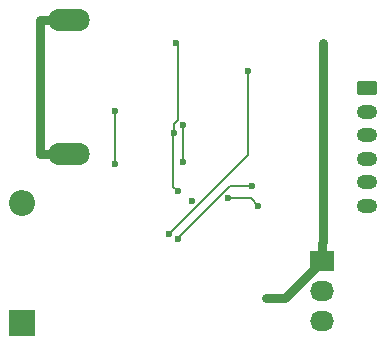
<source format=gbr>
%TF.GenerationSoftware,KiCad,Pcbnew,8.0.8*%
%TF.CreationDate,2025-06-30T12:26:25+05:30*%
%TF.ProjectId,ATtiny85,41547469-6e79-4383-952e-6b696361645f,rev?*%
%TF.SameCoordinates,Original*%
%TF.FileFunction,Copper,L2,Bot*%
%TF.FilePolarity,Positive*%
%FSLAX46Y46*%
G04 Gerber Fmt 4.6, Leading zero omitted, Abs format (unit mm)*
G04 Created by KiCad (PCBNEW 8.0.8) date 2025-06-30 12:26:25*
%MOMM*%
%LPD*%
G01*
G04 APERTURE LIST*
G04 Aperture macros list*
%AMRoundRect*
0 Rectangle with rounded corners*
0 $1 Rounding radius*
0 $2 $3 $4 $5 $6 $7 $8 $9 X,Y pos of 4 corners*
0 Add a 4 corners polygon primitive as box body*
4,1,4,$2,$3,$4,$5,$6,$7,$8,$9,$2,$3,0*
0 Add four circle primitives for the rounded corners*
1,1,$1+$1,$2,$3*
1,1,$1+$1,$4,$5*
1,1,$1+$1,$6,$7*
1,1,$1+$1,$8,$9*
0 Add four rect primitives between the rounded corners*
20,1,$1+$1,$2,$3,$4,$5,0*
20,1,$1+$1,$4,$5,$6,$7,0*
20,1,$1+$1,$6,$7,$8,$9,0*
20,1,$1+$1,$8,$9,$2,$3,0*%
G04 Aperture macros list end*
%TA.AperFunction,ComponentPad*%
%ADD10R,2.200000X2.200000*%
%TD*%
%TA.AperFunction,ComponentPad*%
%ADD11O,2.200000X2.200000*%
%TD*%
%TA.AperFunction,HeatsinkPad*%
%ADD12O,3.500000X1.900000*%
%TD*%
%TA.AperFunction,ComponentPad*%
%ADD13O,2.030000X1.730000*%
%TD*%
%TA.AperFunction,ComponentPad*%
%ADD14R,2.030000X1.730000*%
%TD*%
%TA.AperFunction,ComponentPad*%
%ADD15RoundRect,0.250000X-0.625000X0.350000X-0.625000X-0.350000X0.625000X-0.350000X0.625000X0.350000X0*%
%TD*%
%TA.AperFunction,ComponentPad*%
%ADD16O,1.750000X1.200000*%
%TD*%
%TA.AperFunction,ViaPad*%
%ADD17C,0.600000*%
%TD*%
%TA.AperFunction,Conductor*%
%ADD18C,0.800000*%
%TD*%
%TA.AperFunction,Conductor*%
%ADD19C,0.200000*%
%TD*%
G04 APERTURE END LIST*
D10*
%TO.P,D1,1,K*%
%TO.N,+5V*%
X115600000Y-92280000D03*
D11*
%TO.P,D1,2,A*%
%TO.N,Net-(D1-A)*%
X115600000Y-82120000D03*
%TD*%
D12*
%TO.P,J1,5,GND*%
%TO.N,GND*%
X119525000Y-78000000D03*
X119525000Y-66600000D03*
%TD*%
D13*
%TO.P,J2,3,Pin_3*%
%TO.N,VIN*%
X141000000Y-92140000D03*
%TO.P,J2,2,Pin_2*%
%TO.N,GND*%
X141000000Y-89600000D03*
D14*
%TO.P,J2,1,Pin_1*%
%TO.N,+5V*%
X141000000Y-87060000D03*
%TD*%
D15*
%TO.P,J3,1,Pin_1*%
%TO.N,Net-(J3-Pin_1)*%
X144800000Y-72400000D03*
D16*
%TO.P,J3,2,Pin_2*%
%TO.N,/MISO*%
X144800000Y-74400000D03*
%TO.P,J3,3,Pin_3*%
%TO.N,Net-(J3-Pin_3)*%
X144800000Y-76400000D03*
%TO.P,J3,4,Pin_4*%
%TO.N,/D-*%
X144800000Y-78400000D03*
%TO.P,J3,5,Pin_5*%
%TO.N,/D+*%
X144800000Y-80400000D03*
%TO.P,J3,6,Pin_6*%
%TO.N,Net-(J3-Pin_6)*%
X144800000Y-82400000D03*
%TD*%
D17*
%TO.N,+5V*%
X141053000Y-68600000D03*
X136200000Y-90200000D03*
X141053000Y-73899000D03*
%TO.N,Net-(U2-IN)*%
X135026600Y-80725000D03*
X128787600Y-85197000D03*
%TO.N,Net-(D2-K)*%
X123455800Y-78862500D03*
X123455800Y-74372700D03*
%TO.N,/MISO*%
X128002800Y-84786600D03*
X134722200Y-70963300D03*
%TO.N,Net-(J3-Pin_6)*%
X129940872Y-82000000D03*
X135579800Y-82400000D03*
X132995400Y-81752400D03*
%TO.N,/D+*%
X128600000Y-68600000D03*
X128455200Y-76230600D03*
X128800000Y-81152400D03*
%TO.N,/D-*%
X129218800Y-78698300D03*
X129218800Y-75563400D03*
%TD*%
D18*
%TO.N,+5V*%
X141000000Y-85493300D02*
X141053000Y-85440300D01*
X137860000Y-90200000D02*
X141000000Y-87060000D01*
X141053000Y-73899000D02*
X141053000Y-68600000D01*
X141000000Y-87060000D02*
X141000000Y-85493300D01*
X136200000Y-90200000D02*
X137860000Y-90200000D01*
X141053000Y-85440300D02*
X141053000Y-73899000D01*
%TO.N,GND*%
X119525000Y-78000000D02*
X117073300Y-78000000D01*
X119525000Y-66600000D02*
X117073300Y-66600000D01*
X117073300Y-66600000D02*
X117073300Y-78000000D01*
D19*
%TO.N,Net-(U2-IN)*%
X133172000Y-80725000D02*
X135026600Y-80725000D01*
X128787600Y-85109400D02*
X133172000Y-80725000D01*
X128787600Y-85197000D02*
X128787600Y-85109400D01*
%TO.N,Net-(D2-K)*%
X123455800Y-74372700D02*
X123455800Y-78862500D01*
%TO.N,/MISO*%
X134722200Y-78067200D02*
X128002800Y-84786600D01*
X134722200Y-70963300D02*
X134722200Y-78067200D01*
%TO.N,Net-(J3-Pin_6)*%
X135579800Y-82400000D02*
X134932200Y-81752400D01*
X134932200Y-81752400D02*
X132995400Y-81752400D01*
X129940872Y-82000000D02*
X130000000Y-81940872D01*
%TO.N,/D+*%
X128800000Y-68800000D02*
X128800000Y-75133671D01*
X128800000Y-75133671D02*
X128455200Y-75478471D01*
X128400000Y-76230600D02*
X128455200Y-76230600D01*
X128600000Y-68600000D02*
X128800000Y-68800000D01*
X128400000Y-80752400D02*
X128400000Y-76230600D01*
X128800000Y-81152400D02*
X128400000Y-80752400D01*
X128455200Y-75478471D02*
X128455200Y-76230600D01*
%TO.N,/D-*%
X129218800Y-75563400D02*
X129218800Y-78698300D01*
%TD*%
M02*

</source>
